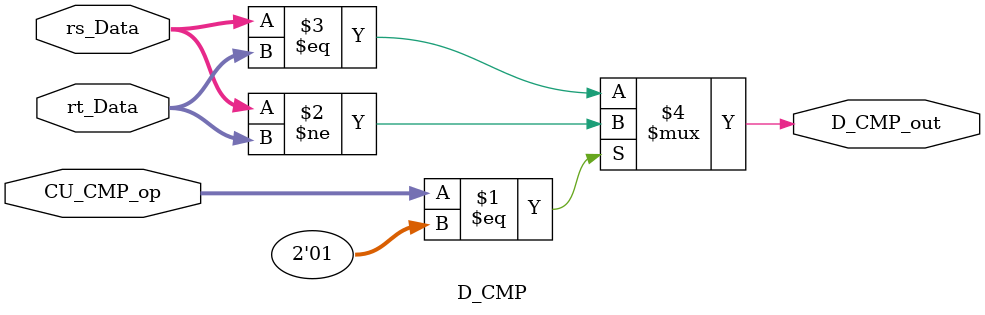
<source format=v>
`timescale 1ns / 1ps


//端口定义--------------------------------------------------------------------------------------------------------
module D_CMP (
    input [31:0] rs_Data,
    input [31:0] rt_Data,
    input [1:0] CU_CMP_op,
    output D_CMP_out
    );
//--------------------------------------------------------------------------------------------------------------    


//----------------------------------------------------------------------------------------------------------------
    assign D_CMP_out = (CU_CMP_op == 2'b01) ? (rs_Data != rt_Data) : 
                                             (rs_Data == rt_Data);
//---------------------------------------------------------------------------------------------------------------

endmodule
</source>
